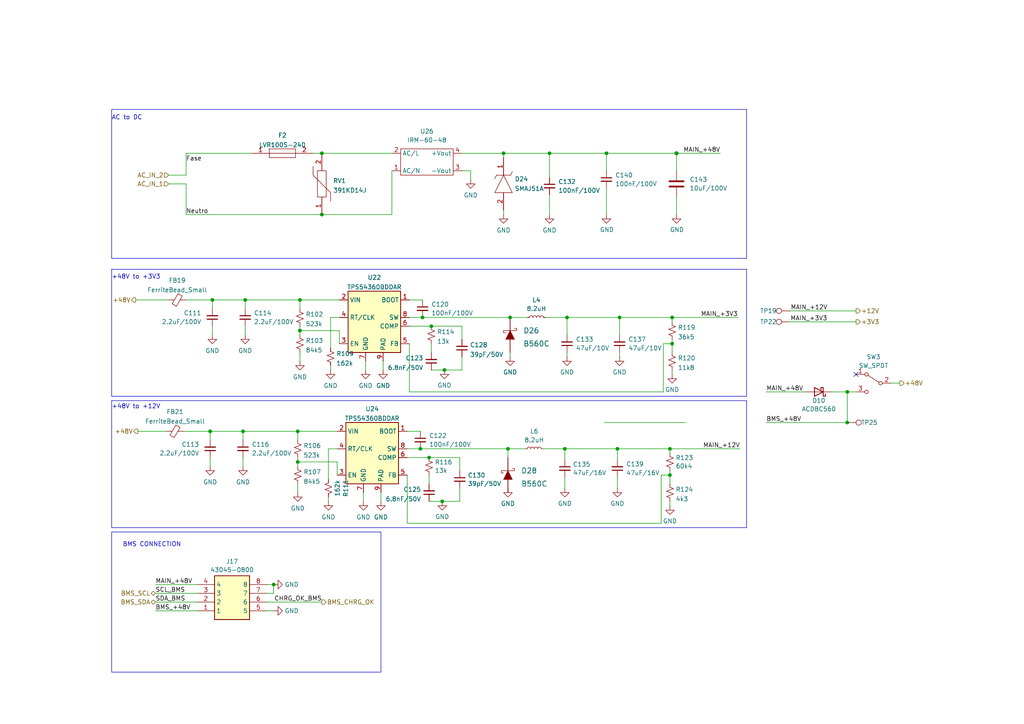
<source format=kicad_sch>
(kicad_sch (version 20230121) (generator eeschema)
  (paper "A4")
  (lib_symbols
    (symbol "B560C-13-F_1" (pin_numbers hide) (pin_names (offset 0) hide)
      (property "Reference" "D11" (at 1.27 -3.81 90))
      (property "Value" "B560C" (at -2.54 -3.81 90))
      (symbol "B560C-13-F_1_0_1"
        (polyline (pts (xy 1.27 1.27) (xy 1.27 -1.27)))
        (polyline (pts (xy -1.27 1.27) (xy -1.27 -1.27) (xy 1.27 0) (xy -1.27 1.27)) (fill (type outline)))
        (polyline (pts (xy 1.27 -1.27) (xy 1.27 -1.905) (xy 1.905 -1.905) (xy 1.905 -1.27)))
        (polyline (pts (xy 1.27 1.27) (xy 1.27 1.905) (xy 0.635 1.905) (xy 0.635 1.27)))
      )
      (symbol "B560C-13-F_1_1_1"
        (pin passive line (at 5.08 0 180) (length 3.81) (name "K") (number "1"))
        (pin passive line (at -5.08 0 0) (length 3.81) (name "A") (number "2"))
      )
    )
    (symbol "Connector:43045-0800"
      (property "Reference" "J" (at 16.51 7.62 0))
      (property "Value" "43045-0800" (at 16.51 5.08 0))
      (symbol "43045-0800_1_1"
        (rectangle (start 5.08 2.54) (end 15.24 -10.16) (stroke (width 0.254)) (fill (type background)))
        (pin passive line (at 0 -7.62 0) (length 5.08) (name "1") (number "1"))
        (pin passive line (at 0 -5.08 0) (length 5.08) (name "2") (number "2"))
        (pin passive line (at 0 -2.54 0) (length 5.08) (name "3") (number "3"))
        (pin passive line (at 0 0 0) (length 5.08) (name "4") (number "4"))
        (pin passive line (at 20.32 -7.62 180) (length 5.08) (name "5") (number "5"))
        (pin passive line (at 20.32 -5.08 180) (length 5.08) (name "6") (number "6"))
        (pin passive line (at 20.32 -2.54 180) (length 5.08) (name "7") (number "7"))
        (pin passive line (at 20.32 0 180) (length 5.08) (name "8") (number "8"))
      )
    )
    (symbol "Connector:TestPoint" (pin_numbers hide) (pin_names (offset 0.762) hide)
      (property "Reference" "TP" (at 0 6.858 0))
      (property "Value" "TestPoint" (at 0 5.08 0))
      (symbol "TestPoint_0_1"
        (circle (center 0 3.302) (radius 0.762))
      )
      (symbol "TestPoint_1_1"
        (pin passive line (at 0 0 90) (length 2.54) (name "1") (number "1"))
      )
    )
    (symbol "Device:C" (pin_numbers hide) (pin_names (offset 0.254))
      (property "Reference" "C" (at 0.635 2.54 0))
      (property "Value" "C" (at 0.635 -2.54 0))
      (symbol "C_0_1"
        (polyline (pts (xy -2.032 -0.762) (xy 2.032 -0.762)) (stroke (width 0.508)))
        (polyline (pts (xy -2.032 0.762) (xy 2.032 0.762)) (stroke (width 0.508)))
      )
      (symbol "C_1_1"
        (pin passive line (at 0 3.81 270) (length 2.794) (name "~") (number "1"))
        (pin passive line (at 0 -3.81 90) (length 2.794) (name "~") (number "2"))
      )
    )
    (symbol "Device:C_Small" (pin_numbers hide) (pin_names (offset 0.254) hide)
      (property "Reference" "C" (at 0.254 1.778 0))
      (property "Value" "C_Small" (at 0.254 -2.032 0))
      (symbol "C_Small_0_1"
        (polyline (pts (xy -1.524 -0.508) (xy 1.524 -0.508)) (stroke (width 0.3302)))
        (polyline (pts (xy -1.524 0.508) (xy 1.524 0.508)) (stroke (width 0.3048)))
      )
      (symbol "C_Small_1_1"
        (pin passive line (at 0 2.54 270) (length 2.032) (name "~") (number "1"))
        (pin passive line (at 0 -2.54 90) (length 2.032) (name "~") (number "2"))
      )
    )
    (symbol "Device:D_Schottky" (pin_numbers hide) (pin_names (offset 1.016) hide)
      (property "Reference" "D" (at 0 2.54 0))
      (property "Value" "D_Schottky" (at 0 -2.54 0))
      (symbol "D_Schottky_0_1"
        (polyline (pts (xy 1.27 0) (xy -1.27 0)))
        (polyline (pts (xy 1.27 1.27) (xy 1.27 -1.27) (xy -1.27 0) (xy 1.27 1.27)) (stroke (width 0.254)))
        (polyline (pts (xy -1.905 0.635) (xy -1.905 1.27) (xy -1.27 1.27) (xy -1.27 -1.27) (xy -0.635 -1.27) (xy -0.635 -0.635)) (stroke (width 0.254)))
      )
      (symbol "D_Schottky_1_1"
        (pin passive line (at -3.81 0 0) (length 2.54) (name "K") (number "1"))
        (pin passive line (at 3.81 0 180) (length 2.54) (name "A") (number "2"))
      )
    )
    (symbol "Device:FerriteBead_Small" (pin_numbers hide) (pin_names (offset 0))
      (property "Reference" "FB" (at 1.905 1.27 0))
      (property "Value" "FerriteBead_Small" (at 1.905 -1.27 0))
      (symbol "FerriteBead_Small_0_1"
        (polyline (pts (xy 0 -1.27) (xy 0 -0.7874)))
        (polyline (pts (xy 0 0.889) (xy 0 1.2954)))
        (polyline (pts (xy -1.8288 0.2794) (xy -1.1176 1.4986) (xy 1.8288 -0.2032) (xy 1.1176 -1.4224) (xy -1.8288 0.2794)))
      )
      (symbol "FerriteBead_Small_1_1"
        (pin passive line (at 0 2.54 270) (length 1.27) (name "~") (number "1"))
        (pin passive line (at 0 -2.54 90) (length 1.27) (name "~") (number "2"))
      )
    )
    (symbol "Device:R_Small_US" (pin_numbers hide) (pin_names (offset 0.254) hide)
      (property "Reference" "R" (at 0.762 0.508 0))
      (property "Value" "R_Small_US" (at 0.762 -1.016 0))
      (symbol "R_Small_US_1_1"
        (polyline (pts (xy 0 0) (xy 1.016 -0.381) (xy 0 -0.762) (xy -1.016 -1.143) (xy 0 -1.524)))
        (polyline (pts (xy 0 1.524) (xy 1.016 1.143) (xy 0 0.762) (xy -1.016 0.381) (xy 0 0)))
        (pin passive line (at 0 2.54 270) (length 1.016) (name "~") (number "1"))
        (pin passive line (at 0 -2.54 90) (length 1.016) (name "~") (number "2"))
      )
    )
    (symbol "Power_Protection:ERZ-E11A391SC" (pin_names (offset 0.762))
      (property "Reference" "RV" (at 13.97 6.35 0))
      (property "Value" "ERZ-E11A391SC" (at 13.97 3.81 0))
      (symbol "ERZ-E11A391SC_0_0"
        (pin passive line (at 0 0 0) (length 5.08) (name "~") (number "1"))
        (pin passive line (at 17.78 0 180) (length 5.08) (name "~") (number "2"))
      )
      (symbol "ERZ-E11A391SC_0_1"
        (polyline (pts (xy 3.81 -2.54) (xy 6.35 -2.54) (xy 11.43 2.54) (xy 13.97 2.54)) (stroke (width 0.1524)))
        (polyline (pts (xy 5.08 1.27) (xy 12.7 1.27) (xy 12.7 -1.27) (xy 5.08 -1.27) (xy 5.08 1.27)) (stroke (width 0.1524)))
      )
    )
    (symbol "Power_Protection:LVR100S-240" (pin_names (offset 0.762))
      (property "Reference" "F" (at 13.97 6.35 0))
      (property "Value" "LVR100S-240" (at 13.97 3.81 0))
      (symbol "LVR100S-240_0_0"
        (pin passive line (at 0 0 0) (length 5.08) (name "~") (number "1"))
        (pin passive line (at 17.78 0 180) (length 5.08) (name "~") (number "2"))
      )
      (symbol "LVR100S-240_0_1"
        (polyline (pts (xy 5.08 0) (xy 12.7 0)) (stroke (width 0.1524)))
        (polyline (pts (xy 5.08 1.27) (xy 12.7 1.27) (xy 12.7 -1.27) (xy 5.08 -1.27) (xy 5.08 1.27)) (stroke (width 0.1524)))
      )
    )
    (symbol "Power_Protection:SMAJ58A" (pin_names (offset 0.762))
      (property "Reference" "D" (at 10.16 8.89 0))
      (property "Value" "SMAJ58A" (at 10.16 6.35 0))
      (symbol "SMAJ58A_0_0"
        (pin passive line (at 0 0 0) (length 5.08) (name "~") (number "1"))
        (pin passive line (at 15.24 0 180) (length 5.08) (name "~") (number "2"))
      )
      (symbol "SMAJ58A_0_1"
        (polyline (pts (xy 4.064 2.54) (xy 5.08 2.032)) (stroke (width 0.1524)))
        (polyline (pts (xy 5.08 -2.032) (xy 5.08 2.032)) (stroke (width 0.1524)))
        (polyline (pts (xy 5.08 -2.032) (xy 6.096 -2.54)) (stroke (width 0.1524)))
        (polyline (pts (xy 5.08 0) (xy 10.16 2.54) (xy 10.16 -2.54) (xy 5.08 0)) (stroke (width 0.1524)))
      )
    )
    (symbol "device:C_Small" (pin_numbers hide) (pin_names (offset 0.254) hide)
      (property "Reference" "C" (at 0.254 1.778 0))
      (property "Value" "C_Small" (at 0.254 -2.032 0))
      (symbol "C_Small_0_1"
        (polyline (pts (xy -1.524 -0.508) (xy 1.524 -0.508)) (stroke (width 0.3302)))
        (polyline (pts (xy -1.524 0.508) (xy 1.524 0.508)) (stroke (width 0.3048)))
      )
      (symbol "C_Small_1_1"
        (pin passive line (at 0 2.54 270) (length 2.032) (name "~") (number "1"))
        (pin passive line (at 0 -2.54 90) (length 2.032) (name "~") (number "2"))
      )
    )
    (symbol "device:L_Small" (pin_numbers hide) (pin_names (offset 0.254) hide)
      (property "Reference" "L" (at 0.762 1.016 0))
      (property "Value" "L_Small" (at 0.762 -1.016 0))
      (symbol "L_Small_0_1"
        (arc (start 0 -2.032) (mid 0.5058 -1.524) (end 0 -1.016))
        (arc (start 0 -1.016) (mid 0.5058 -0.508) (end 0 0))
        (arc (start 0 0) (mid 0.5058 0.508) (end 0 1.016))
        (arc (start 0 1.016) (mid 0.5058 1.524) (end 0 2.032))
      )
      (symbol "L_Small_1_1"
        (pin passive line (at 0 2.54 270) (length 0.508) (name "~") (number "1"))
        (pin passive line (at 0 -2.54 90) (length 0.508) (name "~") (number "2"))
      )
    )
    (symbol "dk_Diodes-Rectifiers-Single:B560C-13-F" (pin_numbers hide) (pin_names (offset 0) hide)
      (property "Reference" "D" (at 0 2.54 0))
      (property "Value" "B560C-13-F" (at 1.27 -3.81 0))
      (symbol "B560C-13-F_0_1"
        (polyline (pts (xy 1.27 1.27) (xy 1.27 -1.27)))
        (polyline (pts (xy -1.27 1.27) (xy -1.27 -1.27) (xy 1.27 0) (xy -1.27 1.27)) (fill (type outline)))
        (polyline (pts (xy 1.27 -1.27) (xy 1.27 -1.905) (xy 1.905 -1.905) (xy 1.905 -1.27)))
        (polyline (pts (xy 1.27 1.27) (xy 1.27 1.905) (xy 0.635 1.905) (xy 0.635 1.27)))
      )
      (symbol "B560C-13-F_1_1"
        (pin passive line (at -5.08 0 0) (length 3.81) (name "~") (number "A"))
        (pin passive line (at 5.08 0 180) (length 3.81) (name "~") (number "K"))
      )
    )
    (symbol "gabriel:IRM-90"
      (property "Reference" "U" (at 0 3.81 0))
      (property "Value" "IRM-90" (at 0 1.27 0))
      (symbol "IRM-90_0_1"
        (rectangle (start -7.62 0) (end 7.62 -7.62) (stroke (width 0.1524)))
      )
      (symbol "IRM-90_1_1"
        (pin input line (at -10.16 -6.35 0) (length 2.54) (name "AC/N") (number "1"))
        (pin input line (at -10.16 -1.27 0) (length 2.54) (name "AC/L") (number "2"))
        (pin input line (at 10.16 -6.35 180) (length 2.54) (name "-Vout") (number "3"))
        (pin input line (at 10.16 -1.27 180) (length 2.54) (name "+Vout") (number "4"))
      )
    )
    (symbol "gabriel:TPS54360BDDAR"
      (property "Reference" "U" (at 0 0 0))
      (property "Value" "TPS54360BDDAR" (at 0 -2.54 0))
      (symbol "TPS54360BDDAR_0_1"
        (rectangle (start -7.62 -5.08) (end 7.62 -22.86) (stroke (width 0.254)) (fill (type background)))
      )
      (symbol "TPS54360BDDAR_1_1"
        (pin input line (at 10.16 -7.62 180) (length 2.54) (name "BOOT") (number "1"))
        (pin input line (at -10.16 -7.62 0) (length 2.54) (name "VIN") (number "2"))
        (pin input line (at -10.16 -20.32 0) (length 2.54) (name "EN") (number "3"))
        (pin input line (at -10.16 -12.7 0) (length 2.54) (name "RT/CLK") (number "4"))
        (pin input line (at 10.16 -20.32 180) (length 2.54) (name "FB") (number "5"))
        (pin passive line (at 10.16 -15.24 180) (length 2.54) (name "COMP") (number "6"))
        (pin power_in line (at -2.54 -25.4 90) (length 2.54) (name "GND") (number "7"))
        (pin output line (at 10.16 -12.7 180) (length 2.54) (name "SW") (number "8"))
        (pin passive line (at 2.54 -25.4 90) (length 2.54) (name "PAD") (number "9"))
      )
    )
    (symbol "power:GND" (power) (pin_names (offset 0))
      (property "Value" "GND" (at 0 -3.81 0))
      (symbol "GND_0_1"
        (polyline (pts (xy 0 0) (xy 0 -1.27) (xy 1.27 -1.27) (xy 0 -2.54) (xy -1.27 -1.27) (xy 0 -1.27)))
      )
      (symbol "GND_1_1"
        (pin power_in line (at 0 0 270) (length 0) hide (name "GND") (number "1"))
      )
    )
    (symbol "switches:SW_SPDT" (pin_names (offset 0) hide)
      (property "Reference" "SW" (at 0 4.318 0))
      (property "Value" "SW_SPDT" (at 0 -5.08 0))
      (symbol "SW_SPDT_0_0"
        (circle (center -2.032 0) (radius 0.508))
        (circle (center 2.032 -2.54) (radius 0.508))
      )
      (symbol "SW_SPDT_0_1"
        (polyline (pts (xy -1.524 0.254) (xy 1.651 2.286)))
        (circle (center 2.032 2.54) (radius 0.508))
      )
      (symbol "SW_SPDT_1_1"
        (pin passive line (at 5.08 2.54 180) (length 2.54) (name "A") (number "1"))
        (pin passive line (at -5.08 0 0) (length 2.54) (name "B") (number "2"))
        (pin passive line (at 5.08 -2.54 180) (length 2.54) (name "C") (number "3"))
      )
    )
  )
  (junction (at 163.83 130.175))
  (junction (at 146.05 44.45))
  (junction (at 164.465 92.075))
  (junction (at 194.31 130.175))
  (junction (at 147.32 130.175))
  (junction (at 128.905 107.315))
  (junction (at 70.485 125.095))
  (junction (at 196.215 44.45) (diameter 1.016))
  (junction (at 86.995 95.885))
  (junction (at 71.12 86.995))
  (junction (at 245.745 113.665))
  (junction (at 124.46 132.715))
  (junction (at 159.385 44.45))
  (junction (at 194.31 137.795))
  (junction (at 128.27 145.415))
  (junction (at 179.705 92.075))
  (junction (at 86.36 133.985))
  (junction (at 93.345 44.45))
  (junction (at 147.955 92.075))
  (junction (at 121.92 130.175))
  (junction (at 79.375 169.545))
  (junction (at 194.945 99.695))
  (junction (at 125.095 94.615))
  (junction (at 86.995 86.995))
  (junction (at 179.07 130.175))
  (junction (at 194.945 92.075))
  (junction (at 86.36 125.095))
  (junction (at 93.345 62.23))
  (junction (at 245.745 122.555))
  (junction (at 122.555 92.075))
  (junction (at 61.595 86.995))
  (junction (at 60.96 125.095))
  (junction (at 175.895 44.45))
  (no_connect (at 248.285 108.585))
  (polyline (pts (xy 32.385 78.105) (xy 32.385 114.935)))
  (wire (pts (xy 106.045 104.775) (xy 106.045 107.315)))
  (wire (pts (xy 136.525 49.53) (xy 133.985 49.53)))
  (wire (pts (xy 179.07 130.175) (xy 163.83 130.175)))
  (wire (pts (xy 118.11 132.715) (xy 124.46 132.715)))
  (wire (pts (xy 175.895 54.61) (xy 175.895 62.23)))
  (wire (pts (xy 147.955 102.235) (xy 147.955 103.505)))
  (wire (pts (xy 70.485 125.095) (xy 70.485 127.635)))
  (wire (pts (xy 95.885 92.075) (xy 95.885 100.965)))
  (wire (pts (xy 86.995 102.235) (xy 86.995 104.775)))
  (wire (pts (xy 118.745 113.665) (xy 118.745 99.695)))
  (polyline (pts (xy 216.535 116.205) (xy 32.385 116.205)))
  (wire (pts (xy 97.79 133.985) (xy 97.79 137.795)))
  (polyline (pts (xy 32.385 116.205) (xy 32.385 153.035)))
  (wire (pts (xy 191.77 137.795) (xy 191.77 151.765)))
  (wire (pts (xy 86.36 125.095) (xy 86.36 127.635)))
  (wire (pts (xy 45.085 174.625) (xy 57.15 174.625)))
  (polyline (pts (xy 216.535 74.93) (xy 216.535 31.75)))
  (wire (pts (xy 95.885 106.045) (xy 95.885 107.315)))
  (wire (pts (xy 124.46 132.715) (xy 133.35 132.715)))
  (wire (pts (xy 125.095 99.695) (xy 125.095 102.235)))
  (wire (pts (xy 164.465 92.075) (xy 158.115 92.075)))
  (wire (pts (xy 245.745 113.665) (xy 248.285 113.665)))
  (wire (pts (xy 133.985 107.315) (xy 133.985 103.505)))
  (wire (pts (xy 86.995 86.995) (xy 86.995 89.535)))
  (wire (pts (xy 111.125 104.775) (xy 111.125 107.315)))
  (wire (pts (xy 60.96 125.095) (xy 60.96 127.635)))
  (wire (pts (xy 86.995 95.885) (xy 98.425 95.885)))
  (polyline (pts (xy 216.535 114.935) (xy 216.535 78.105)))
  (wire (pts (xy 146.05 45.72) (xy 146.05 44.45)))
  (wire (pts (xy 93.345 44.45) (xy 113.665 44.45)))
  (wire (pts (xy 163.83 130.175) (xy 157.48 130.175)))
  (wire (pts (xy 70.485 132.715) (xy 70.485 135.255)))
  (wire (pts (xy 95.25 144.145) (xy 95.25 145.415)))
  (wire (pts (xy 194.945 99.695) (xy 192.405 99.695)))
  (wire (pts (xy 179.705 92.075) (xy 164.465 92.075)))
  (wire (pts (xy 124.46 145.415) (xy 128.27 145.415)))
  (wire (pts (xy 194.945 99.695) (xy 194.945 102.235)))
  (wire (pts (xy 86.36 140.335) (xy 86.36 142.875)))
  (wire (pts (xy 86.995 94.615) (xy 86.995 95.885)))
  (polyline (pts (xy 32.385 31.75) (xy 32.385 74.93)))
  (wire (pts (xy 39.37 86.995) (xy 48.895 86.995)))
  (wire (pts (xy 133.35 132.715) (xy 133.35 136.525)))
  (wire (pts (xy 229.235 90.17) (xy 248.285 90.17)))
  (wire (pts (xy 61.595 94.615) (xy 61.595 97.155)))
  (wire (pts (xy 113.665 49.53) (xy 113.665 62.23)))
  (wire (pts (xy 53.975 86.995) (xy 61.595 86.995)))
  (wire (pts (xy 179.07 138.43) (xy 179.07 141.605)))
  (wire (pts (xy 258.445 111.125) (xy 260.985 111.125)))
  (wire (pts (xy 45.085 169.545) (xy 57.15 169.545)))
  (wire (pts (xy 77.47 172.085) (xy 79.375 172.085)))
  (wire (pts (xy 71.12 94.615) (xy 71.12 97.155)))
  (polyline (pts (xy 32.385 78.105) (xy 32.385 78.105)))
  (wire (pts (xy 194.31 130.175) (xy 179.07 130.175)))
  (polyline (pts (xy 32.385 74.93) (xy 216.535 74.93)))
  (wire (pts (xy 122.555 92.075) (xy 147.955 92.075)))
  (wire (pts (xy 128.905 107.315) (xy 133.985 107.315)))
  (wire (pts (xy 77.47 174.625) (xy 93.345 174.625)))
  (wire (pts (xy 48.895 53.34) (xy 53.975 53.34)))
  (wire (pts (xy 194.945 107.315) (xy 194.945 108.585)))
  (wire (pts (xy 48.895 50.8) (xy 53.975 50.8)))
  (wire (pts (xy 175.895 44.45) (xy 196.215 44.45)))
  (wire (pts (xy 179.705 102.235) (xy 179.705 103.505)))
  (wire (pts (xy 105.41 142.875) (xy 105.41 145.415)))
  (wire (pts (xy 133.35 145.415) (xy 133.35 141.605)))
  (wire (pts (xy 118.11 151.765) (xy 118.11 137.795)))
  (polyline (pts (xy 216.535 153.035) (xy 216.535 116.205)))
  (wire (pts (xy 118.745 86.995) (xy 122.555 86.995)))
  (wire (pts (xy 245.745 113.665) (xy 245.745 122.555)))
  (wire (pts (xy 194.31 145.415) (xy 194.31 146.685)))
  (wire (pts (xy 124.46 137.795) (xy 124.46 140.335)))
  (wire (pts (xy 71.12 86.995) (xy 71.12 89.535)))
  (wire (pts (xy 133.985 94.615) (xy 133.985 98.425)))
  (wire (pts (xy 53.975 53.34) (xy 53.975 62.23)))
  (wire (pts (xy 159.385 44.45) (xy 159.385 51.435)))
  (wire (pts (xy 98.425 95.885) (xy 98.425 99.695)))
  (wire (pts (xy 70.485 125.095) (xy 86.36 125.095)))
  (wire (pts (xy 196.215 49.53) (xy 196.215 44.45)))
  (wire (pts (xy 90.805 44.45) (xy 93.345 44.45)))
  (wire (pts (xy 110.49 142.875) (xy 110.49 145.415)))
  (wire (pts (xy 191.77 151.765) (xy 118.11 151.765)))
  (wire (pts (xy 194.31 137.795) (xy 191.77 137.795)))
  (wire (pts (xy 60.96 132.715) (xy 60.96 135.255)))
  (wire (pts (xy 163.83 138.43) (xy 163.83 141.605)))
  (wire (pts (xy 192.405 99.695) (xy 192.405 113.665)))
  (wire (pts (xy 86.995 86.995) (xy 98.425 86.995)))
  (wire (pts (xy 45.085 172.085) (xy 57.15 172.085)))
  (wire (pts (xy 229.235 93.345) (xy 248.285 93.345)))
  (polyline (pts (xy 32.385 153.035) (xy 216.535 153.035)))
  (polyline (pts (xy 32.385 114.935) (xy 216.535 114.935)))
  (wire (pts (xy 194.945 93.345) (xy 194.945 92.075)))
  (wire (pts (xy 222.25 122.555) (xy 245.745 122.555)))
  (wire (pts (xy 118.11 130.175) (xy 121.92 130.175)))
  (wire (pts (xy 118.11 125.095) (xy 121.92 125.095)))
  (polyline (pts (xy 32.385 31.75) (xy 216.535 31.75)))
  (wire (pts (xy 133.985 44.45) (xy 146.05 44.45)))
  (polyline (pts (xy 216.535 78.105) (xy 32.385 78.105)))
  (wire (pts (xy 147.32 132.715) (xy 147.32 130.175)))
  (wire (pts (xy 159.385 44.45) (xy 175.895 44.45)))
  (wire (pts (xy 146.05 44.45) (xy 159.385 44.45)))
  (wire (pts (xy 77.47 177.165) (xy 79.375 177.165)))
  (wire (pts (xy 194.31 130.175) (xy 214.63 130.175)))
  (wire (pts (xy 125.095 94.615) (xy 133.985 94.615)))
  (wire (pts (xy 60.96 125.095) (xy 70.485 125.095)))
  (wire (pts (xy 121.92 130.175) (xy 147.32 130.175)))
  (wire (pts (xy 86.995 95.885) (xy 86.995 97.155)))
  (wire (pts (xy 222.25 113.665) (xy 233.68 113.665)))
  (wire (pts (xy 194.945 92.075) (xy 213.995 92.075)))
  (wire (pts (xy 194.31 137.795) (xy 194.31 140.335)))
  (wire (pts (xy 86.36 132.715) (xy 86.36 133.985)))
  (wire (pts (xy 73.025 44.45) (xy 53.975 44.45)))
  (wire (pts (xy 61.595 86.995) (xy 71.12 86.995)))
  (wire (pts (xy 159.385 56.515) (xy 159.385 62.23)))
  (wire (pts (xy 179.07 130.175) (xy 179.07 133.35)))
  (wire (pts (xy 194.31 136.525) (xy 194.31 137.795)))
  (wire (pts (xy 164.465 97.155) (xy 164.465 92.075)))
  (wire (pts (xy 95.25 130.175) (xy 95.25 139.065)))
  (wire (pts (xy 98.425 92.075) (xy 95.885 92.075)))
  (wire (pts (xy 118.745 92.075) (xy 122.555 92.075)))
  (wire (pts (xy 192.405 113.665) (xy 118.745 113.665)))
  (wire (pts (xy 79.375 172.085) (xy 79.375 169.545)))
  (wire (pts (xy 53.975 62.23) (xy 93.345 62.23)))
  (wire (pts (xy 113.665 62.23) (xy 93.345 62.23)))
  (wire (pts (xy 136.525 49.53) (xy 136.525 52.07)))
  (wire (pts (xy 86.36 125.095) (xy 97.79 125.095)))
  (wire (pts (xy 86.36 133.985) (xy 86.36 135.255)))
  (wire (pts (xy 53.975 44.45) (xy 53.975 50.8)))
  (wire (pts (xy 128.27 145.415) (xy 133.35 145.415)))
  (wire (pts (xy 175.895 44.45) (xy 175.895 49.53)))
  (wire (pts (xy 241.3 113.665) (xy 245.745 113.665)))
  (wire (pts (xy 53.34 125.095) (xy 60.96 125.095)))
  (wire (pts (xy 175.26 122.555) (xy 198.755 122.555)))
  (wire (pts (xy 164.465 102.235) (xy 164.465 103.505)))
  (wire (pts (xy 196.215 44.45) (xy 208.915 44.45)))
  (wire (pts (xy 45.085 177.165) (xy 57.15 177.165)))
  (wire (pts (xy 40.005 125.095) (xy 48.26 125.095)))
  (wire (pts (xy 194.945 98.425) (xy 194.945 99.695)))
  (wire (pts (xy 86.36 133.985) (xy 97.79 133.985)))
  (wire (pts (xy 147.955 92.075) (xy 153.035 92.075)))
  (wire (pts (xy 147.32 130.175) (xy 152.4 130.175)))
  (wire (pts (xy 118.745 94.615) (xy 125.095 94.615)))
  (wire (pts (xy 194.31 131.445) (xy 194.31 130.175)))
  (wire (pts (xy 163.83 133.35) (xy 163.83 130.175)))
  (wire (pts (xy 179.705 92.075) (xy 179.705 97.155)))
  (wire (pts (xy 147.32 142.875) (xy 147.32 141.605)))
  (wire (pts (xy 77.47 169.545) (xy 79.375 169.545)))
  (wire (pts (xy 194.945 92.075) (xy 179.705 92.075)))
  (wire (pts (xy 196.215 62.23) (xy 196.215 57.15)))
  (wire (pts (xy 146.05 62.23) (xy 146.05 60.96)))
  (wire (pts (xy 125.095 107.315) (xy 128.905 107.315)))
  (wire (pts (xy 71.12 86.995) (xy 86.995 86.995)))
  (wire (pts (xy 97.79 130.175) (xy 95.25 130.175)))
  (wire (pts (xy 61.595 86.995) (xy 61.595 89.535)))
  (rectangle (start 32.385 154.305) (end 110.49 194.945))
  (text "BMS CONNECTION\n" (at 35.56 158.75 0) (effects (font (size 1.27 1.27)) (justify left bottom)))
  (text "AC to DC" (at 32.385 34.925 0) (effects (font (size 1.27 1.27)) (justify left bottom)))
  (text "+48V to +12V\n" (at 32.385 118.745 0) (effects (font (size 1.27 1.27)) (justify left bottom)))
  (text "+48V to +3V3\n\n" (at 32.385 83.185 0) (effects (font (size 1.27 1.27)) (justify left bottom)))
  (label "Fase" (at 53.975 46.99 0))
  (label "MAIN_+48V" (at 208.915 44.45 180))
  (label "SDA_BMS" (at 45.085 174.625 0))
  (label "MAIN_+3V3" (at 229.235 93.345 0))
  (label "BMS_+48V" (at 45.085 177.165 0))
  (label "MAIN_+12V" (at 214.63 130.175 180))
  (label "MAIN_+3V3" (at 213.995 92.075 180))
  (label "MAIN_+12V" (at 240.03 90.17 180))
  (label "SCL_BMS" (at 45.085 172.085 0))
  (label "MAIN_+48V" (at 45.085 169.545 0))
  (label "Neutro" (at 53.975 62.23 0))
  (label "MAIN_+48V" (at 222.25 113.665 0))
  (label "BMS_+48V" (at 222.25 122.555 0))
  (label "CHRG_OK_BMS" (at 93.345 174.625 180))
  (hierarchical_label "BMS_SDA" (shape bidirectional) (at 45.085 174.625 180))
  (hierarchical_label "BMS_SCL" (shape bidirectional) (at 45.085 172.085 180))
  (hierarchical_label "+12V" (shape output) (at 248.285 90.17 0))
  (hierarchical_label "AC_IN_1" (shape input) (at 48.895 53.34 180))
  (hierarchical_label "AC_IN_2" (shape input) (at 48.895 50.8 180))
  (hierarchical_label "+48V" (shape output) (at 39.37 86.995 180))
  (hierarchical_label "BMS_CHRG_OK" (shape output) (at 93.345 174.625 0))
  (hierarchical_label "+48V" (shape output) (at 40.005 125.095 180))
  (hierarchical_label "+3V3" (shape output) (at 248.285 93.345 0))
  (hierarchical_label "+48V" (shape output) (at 260.985 111.125 0))
  (symbol (lib_id "power:GND") (at 71.12 97.155 0) (unit 1)
    (property "Reference" "#PWR092" (effects hide))
    (property "Value" "GND" (at 71.12 101.7175 0))
  )
  (symbol (lib_id "Device:C") (at 196.215 53.34 0) (unit 1)
    (property "Reference" "C143" (at 200.025 52.0699 0) (effects (justify left)))
    (property "Value" "10uF/100V" (at 200.025 54.6099 0) (effects (justify left)))
    (property "Footprint" "Capacitor_SMD:C_2220_5650Metric" (effects hide))
    (property "LCSC Part" "C2843466" (effects hide))
  )
  (symbol (lib_id "power:GND") (at 128.27 145.415 0) (unit 1)
    (property "Reference" "#PWR0116" (effects hide))
    (property "Value" "GND" (at 128.27 149.86 0))
  )
  (symbol (lib_id "power:GND") (at 79.375 169.545 90) (unit 1)
    (property "Reference" "#PWR077" (effects hide))
    (property "Value" "GND" (at 82.55 169.545 90) (effects (justify right)))
  )
  (symbol (lib_id "power:GND") (at 95.885 107.315 0) (unit 1)
    (property "Reference" "#PWR0102" (effects hide))
    (property "Value" "GND" (at 95.885 111.8775 0))
  )
  (symbol (lib_id "Device:R_Small_US") (at 194.31 142.875 0) (unit 1)
    (property "Reference" "R124" (at 195.961 141.9665 0) (effects (justify left)))
    (property "Value" "4k3" (at 195.961 144.7416 0) (effects (justify left)))
    (property "Footprint" "Resistor_SMD:R_0402_1005Metric" (effects hide))
    (property "LCSC Part" "C23159" (effects hide))
  )
  (symbol (lib_id "power:GND") (at 79.375 177.165 90) (unit 1)
    (property "Reference" "#PWR078" (effects hide))
    (property "Value" "GND" (at 82.55 177.165 90) (effects (justify right)))
  )
  (symbol (lib_id "Device:R_Small_US") (at 86.36 137.795 0) (unit 1)
    (property "Reference" "R107" (at 88.011 136.8865 0) (effects (justify left)))
    (property "Value" "84k5" (at 88.011 139.6616 0) (effects (justify left)))
    (property "Footprint" "Resistor_SMD:R_0402_1005Metric" (effects hide))
    (property "LCSC Part" "C403376" (effects hide))
  )
  (symbol (lib_id "power:GND") (at 179.705 103.505 0) (unit 1)
    (property "Reference" "#PWR0130" (effects hide))
    (property "Value" "GND" (at 179.705 107.95 0))
  )
  (symbol (lib_id "device:C_Small") (at 125.095 104.775 0) (mirror x) (unit 1)
    (property "Reference" "C123" (at 122.7709 103.8601 0) (effects (justify right)))
    (property "Value" "6.8nF/50V" (at 122.7709 106.6352 0) (effects (justify right)))
    (property "Footprint" "Capacitor_SMD:C_0402_1005Metric" (effects hide))
    (property "LCSC Part" "C123518" (effects hide))
  )
  (symbol (lib_id "Device:C_Small") (at 61.595 92.075 0) (mirror x) (unit 1)
    (property "Reference" "C111" (at 58.42 90.7985 0) (effects (justify right)))
    (property "Value" "2.2uF/100V" (at 58.42 93.3385 0) (effects (justify right)))
    (property "Footprint" "Capacitor_SMD:C_1206_3216Metric" (effects hide))
    (property "Datasheet" "https://datasheet.lcsc.com/lcsc/2007130933_Samsung-Electro-Mechanics-CL31B225KCHSNNE_C170101.pdf" (effects hide))
    (property "LCSC Part" "C170101" (effects hide))
  )
  (symbol (lib_id "device:L_Small") (at 154.94 130.175 90) (unit 1)
    (property "Reference" "L6" (at 154.94 125.095 90))
    (property "Value" "8.2uH" (at 154.94 127.635 90))
    (property "Footprint" "Inductor_SMD:MHCC10040-8R2M-R7" (effects hide))
    (property "Datasheet" "https://datasheet.lcsc.com/lcsc/1912111437_Chilisin-Elec-MHCC10040-8R2M-R7_C285788.pdf" (effects hide))
    (property "LCSC Part" "C285788" (effects hide))
  )
  (symbol (lib_id "Device:R_Small_US") (at 86.36 130.175 0) (unit 1)
    (property "Reference" "R106" (at 88.011 129.2665 0) (effects (justify left)))
    (property "Value" "523k" (at 88.011 132.0416 0) (effects (justify left)))
    (property "Footprint" "Resistor_SMD:R_0402_1005Metric" (effects hide))
    (property "LCSC Part" "C23076" (effects hide))
  )
  (symbol (lib_id "Device:R_Small_US") (at 86.995 99.695 0) (unit 1)
    (property "Reference" "R103" (at 88.646 98.7865 0) (effects (justify left)))
    (property "Value" "84k5" (at 88.646 101.5616 0) (effects (justify left)))
    (property "Footprint" "Resistor_SMD:R_0402_1005Metric" (effects hide))
    (property "LCSC Part" "C403376" (effects hide))
  )
  (symbol (lib_id "power:GND") (at 159.385 62.23 0) (unit 1)
    (property "Reference" "#PWR0124" (effects hide))
    (property "Value" "GND" (at 159.385 66.7925 0))
  )
  (symbol (lib_id "device:C_Small") (at 133.35 139.065 0) (unit 1)
    (property "Reference" "C130" (at 135.6741 137.8592 0) (effects (justify left)))
    (property "Value" "39pF/50V" (at 135.6741 140.2834 0) (effects (justify left)))
    (property "Footprint" "Capacitor_SMD:C_0402_1005Metric" (effects hide))
    (property "LCSC Part" "C376784" (effects hide))
  )
  (symbol (lib_id "device:C_Small") (at 164.465 99.695 180) (unit 1)
    (property "Reference" "C133" (at 167.005 98.4249 0) (effects (justify right)))
    (property "Value" "47uF/10V" (at 167.005 100.9649 0) (effects (justify right)))
    (property "Footprint" "Capacitor_SMD:C_0805_2012Metric" (effects hide))
    (property "LCSC Part" "C94034" (effects hide))
  )
  (symbol (lib_id "power:GND") (at 163.83 141.605 0) (unit 1)
    (property "Reference" "#PWR0127" (effects hide))
    (property "Value" "GND" (at 163.83 146.05 0))
  )
  (symbol (lib_id "Device:C_Small") (at 159.385 53.975 0) (unit 1)
    (property "Reference" "C132" (at 161.925 52.7112 0) (effects (justify left)))
    (property "Value" "100nF/100V" (at 161.925 55.2512 0) (effects (justify left)))
    (property "Footprint" "Capacitor_SMD:C_0402_1005Metric" (effects hide))
    (property "LCSC Part" "C113803" (effects hide))
  )
  (symbol (lib_id "power:GND") (at 70.485 135.255 0) (unit 1)
    (property "Reference" "#PWR094" (effects hide))
    (property "Value" "GND" (at 70.485 139.8175 0))
  )
  (symbol (lib_id "power:GND") (at 105.41 145.415 0) (unit 1)
    (property "Reference" "#PWR0107" (effects hide))
    (property "Value" "GND" (at 105.41 149.9775 0))
  )
  (symbol (lib_id "power:GND") (at 86.36 142.875 0) (unit 1)
    (property "Reference" "#PWR0100" (effects hide))
    (property "Value" "GND" (at 86.36 147.4375 0))
  )
  (symbol (lib_id "power:GND") (at 175.895 62.23 0) (unit 1)
    (property "Reference" "#PWR0136" (effects hide))
    (property "Value" "GND" (at 176.022 66.6242 0))
  )
  (symbol (lib_id "Device:R_Small_US") (at 124.46 135.255 0) (unit 1)
    (property "Reference" "R116" (at 126.111 134.0429 0) (effects (justify left)))
    (property "Value" "13k" (at 126.111 136.4671 0) (effects (justify left)))
    (property "Footprint" "Resistor_SMD:R_0402_1005Metric" (effects hide))
    (property "LCSC Part" "C170711" (effects hide))
  )
  (symbol (lib_id "Device:C_Small") (at 122.555 89.535 0) (unit 1)
    (property "Reference" "C120" (at 125.095 88.2712 0) (effects (justify left)))
    (property "Value" "100nF/100V" (at 125.095 90.8112 0) (effects (justify left)))
    (property "Footprint" "Capacitor_SMD:C_0402_1005Metric" (effects hide))
    (property "LCSC Part" "C113803" (effects hide))
  )
  (symbol (lib_id "power:GND") (at 110.49 145.415 0) (unit 1)
    (property "Reference" "#PWR0111" (effects hide))
    (property "Value" "GND" (at 110.49 149.9775 0))
  )
  (symbol (lib_id "power:GND") (at 147.955 103.505 0) (unit 1)
    (property "Reference" "#PWR0121" (effects hide))
    (property "Value" "GND" (at 147.955 107.95 0))
  )
  (symbol (lib_id "power:GND") (at 106.045 107.315 0) (unit 1)
    (property "Reference" "#PWR0105" (effects hide))
    (property "Value" "GND" (at 106.045 111.8775 0))
  )
  (symbol (lib_id "dk_Diodes-Rectifiers-Single:B560C-13-F") (at 147.955 97.155 90) (unit 1)
    (property "Reference" "D26" (at 151.765 95.885 90) (effects (font (size 1.524 1.524)) (justify right)))
    (property "Value" "B560C" (at 151.765 99.695 90) (effects (font (size 1.524 1.524)) (justify right)))
    (property "Footprint" "digikey-footprints:DO-214AB" (effects hide))
    (property "Datasheet" "https://www.diodes.com/assets/Datasheets/ds13012.pdf" (effects hide))
    (property "Digi-Key_PN" "B560C-FDICT-ND" (effects hide))
    (property "MPN" "B560C-13-F" (effects hide))
    (property "Category" "Discrete Semiconductor Products" (effects hide))
    (property "Family" "Diodes - Rectifiers - Single" (effects hide))
    (property "DK_Datasheet_Link" "https://www.diodes.com/assets/Datasheets/ds13012.pdf" (effects hide))
    (property "DK_Detail_Page" "/product-detail/en/diodes-incorporated/B560C-13-F/B560C-FDICT-ND/768816" (effects hide))
    (property "Description" "DIODE SCHOTTKY 60V 5A SMC" (effects hide))
    (property "Manufacturer" "Diodes Incorporated" (effects hide))
    (property "Status" "Active" (effects hide))
    (property "LCSC Part" "C85100" (effects hide))
  )
  (symbol (lib_id "power:GND") (at 128.905 107.315 0) (unit 1)
    (property "Reference" "#PWR0114" (effects hide))
    (property "Value" "GND" (at 128.905 111.76 0))
  )
  (symbol (lib_id "power:GND") (at 61.595 97.155 0) (unit 1)
    (property "Reference" "#PWR089" (effects hide))
    (property "Value" "GND" (at 61.595 101.7175 0))
  )
  (symbol (lib_id "device:C_Small") (at 163.83 135.89 0) (unit 1)
    (property "Reference" "C135" (at 166.1541 134.6842 0) (effects (justify left)))
    (property "Value" "47uF/16V" (at 166.1541 137.1084 0) (effects (justify left)))
    (property "Footprint" "Capacitor_SMD:C_1206_3216Metric" (effects hide))
    (property "LCSC Part" "C172351" (effects hide))
  )
  (symbol (lib_id "Device:R_Small_US") (at 86.995 92.075 0) (unit 1)
    (property "Reference" "R102" (at 88.646 91.1665 0) (effects (justify left)))
    (property "Value" "523k" (at 88.646 93.9416 0) (effects (justify left)))
    (property "Footprint" "Resistor_SMD:R_0402_1005Metric" (effects hide))
    (property "LCSC Part" "C23076" (effects hide))
  )
  (symbol (lib_id "Device:R_Small_US") (at 125.095 97.155 0) (unit 1)
    (property "Reference" "R114" (at 126.746 96.2465 0) (effects (justify left)))
    (property "Value" "13k" (at 126.746 99.0216 0) (effects (justify left)))
    (property "Footprint" "Resistor_SMD:R_0402_1005Metric" (effects hide))
    (property "Field4" "C170711" (effects hide))
  )
  (symbol (lib_id "Power_Protection:SMAJ58A") (at 146.05 45.72 270) (unit 1)
    (property "Reference" "D24" (at 149.3012 51.9235 90) (effects (justify left)))
    (property "Value" "SMAJ51A" (at 149.3012 54.6986 90) (effects (justify left)))
    (property "Footprint" "Diode_SMD:D_SMA" (effects hide))
    (property "Datasheet" "https://componentsearchengine.com/Datasheets/2/SMAJ51A.pdf" (effects hide))
    (property "Description" "Littelfuse SMAJ51A Uni-Directional TVS Diode, 400W peak, 2-Pin DO-214AC" (effects hide))
    (property "Height" "2.29" (effects hide))
    (property "Manufacturer_Name" "LITTELFUSE" (effects hide))
    (property "Manufacturer_Part_Number" "SMAJ51A" (effects hide))
    (property "Mouser Part Number" "576-SMAJ51A" (effects hide))
    (property "Mouser Price/Stock" "https://www.mouser.co.uk/ProductDetail/Littelfuse/SMAJ51A?qs=2VFNtWizgiepPOMiS0Encw%3D%3D" (effects hide))
    (property "Arrow Part Number" "SMAJ51A" (effects hide))
    (property "Arrow Price/Stock" "https://www.arrow.com/en/products/smaj51a/littelfuse?region=nac" (effects hide))
    (property "LCSC Part" "C309894" (effects hide))
  )
  (symbol (lib_id "Device:FerriteBead_Small") (at 51.435 86.995 90) (unit 1)
    (property "Reference" "FB19" (at 51.3969 81.3267 90))
    (property "Value" "FerriteBead_Small" (at 51.3969 84.1018 90))
    (property "Footprint" "Inductor_SMD:L_0603_1608Metric" (effects hide))
    (property "Datasheet" "https://datasheet.lcsc.com/lcsc/1912111437_FH-Guangdong-Fenghua-Advanced-Tech-CBM160808U000T_C394410.pdf" (effects hide))
    (property "Field4" "C394410" (effects hide))
  )
  (symbol (lib_id "power:GND") (at 196.215 62.23 0) (unit 1)
    (property "Reference" "#PWR0139" (effects hide))
    (property "Value" "GND" (at 196.342 66.6242 0))
  )
  (symbol (lib_id "device:L_Small") (at 155.575 92.075 90) (unit 1)
    (property "Reference" "L4" (at 155.575 86.995 90))
    (property "Value" "8.2uH" (at 155.575 89.535 90))
    (property "Footprint" "Gabriel:MHCC10040-8R2M-R7" (effects hide))
    (property "Datasheet" "https://datasheet.lcsc.com/lcsc/1912111437_Chilisin-Elec-MHCC10040-8R2M-R7_C285788.pdf" (effects hide))
  )
  (symbol (lib_id "Device:C_Small") (at 60.96 130.175 0) (mirror x) (unit 1)
    (property "Reference" "C113" (at 57.785 128.8985 0) (effects (justify right)))
    (property "Value" "2.2uF/100V" (at 57.785 131.4385 0) (effects (justify right)))
    (property "Footprint" "Capacitor_SMD:C_1206_3216Metric" (effects hide))
    (property "Datasheet" "https://datasheet.lcsc.com/lcsc/2007130933_Samsung-Electro-Mechanics-CL31B225KCHSNNE_C170101.pdf" (effects hide))
    (property "LCSC Part" "C170101" (effects hide))
  )
  (symbol (lib_id "Device:R_Small_US") (at 194.31 133.985 180) (unit 1)
    (property "Reference" "R123" (at 195.961 132.7729 0) (effects (justify right)))
    (property "Value" "60k4" (at 195.961 135.1971 0) (effects (justify right)))
    (property "Footprint" "Resistor_SMD:R_0402_1005Metric" (effects hide))
    (property "LCSC Part" "C403296" (effects hide))
  )
  (symbol (lib_id "Device:R_Small_US") (at 95.25 141.605 0) (mirror y) (unit 1)
    (property "Reference" "R111" (at 100.2833 141.605 90))
    (property "Value" "162k" (at 97.8591 141.605 90))
    (property "Footprint" "Resistor_SMD:R_0402_1005Metric" (effects hide))
    (property "LCSC Part" "C403015" (effects hide))
  )
  (symbol (lib_id "power:GND") (at 95.25 145.415 0) (unit 1)
    (property "Reference" "#PWR0104" (effects hide))
    (property "Value" "GND" (at 95.25 149.9775 0))
  )
  (symbol (lib_id "power:GND") (at 111.125 107.315 0) (unit 1)
    (property "Reference" "#PWR0109" (effects hide))
    (property "Value" "GND" (at 111.125 111.8775 0))
  )
  (symbol (lib_id "Device:R_Small_US") (at 194.945 104.775 0) (unit 1)
    (property "Reference" "R120" (at 196.596 103.8665 0) (effects (justify left)))
    (property "Value" "11k8" (at 196.596 106.6416 0) (effects (justify left)))
    (property "Footprint" "Resistor_SMD:R_0402_1005Metric" (effects hide))
    (property "LCSC Part" "C22861" (effects hide))
  )
  (symbol (lib_id "Device:C_Small") (at 70.485 130.175 0) (unit 1)
    (property "Reference" "C116" (at 73.025 128.9112 0) (effects (justify left)))
    (property "Value" "2.2uF/100V" (at 73.025 131.4512 0) (effects (justify left)))
    (property "Footprint" "Capacitor_SMD:C_1206_3216Metric" (effects hide))
    (property "Datasheet" "https://datasheet.lcsc.com/lcsc/2007130933_Samsung-Electro-Mechanics-CL31B225KCHSNNE_C170101.pdf" (effects hide))
    (property "LCSC Part" "C170101" (effects hide))
  )
  (symbol (lib_id "device:C_Small") (at 133.985 100.965 180) (unit 1)
    (property "Reference" "C128" (at 136.3091 100.0501 0) (effects (justify right)))
    (property "Value" "39pF/50V" (at 136.3091 102.8252 0) (effects (justify right)))
    (property "Footprint" "Capacitor_SMD:C_0402_1005Metric" (effects hide))
    (property "LCSC Part" "C376784" (effects hide))
  )
  (symbol (lib_id "device:C_Small") (at 179.07 135.89 180) (unit 1)
    (property "Reference" "C139" (at 181.61 134.6135 0) (effects (justify right)))
    (property "Value" "47uF/16V" (at 181.61 137.1535 0) (effects (justify right)))
    (property "Footprint" "Capacitor_SMD:C_1206_3216Metric" (effects hide))
    (property "LCSC Part" "C172351" (effects hide))
  )
  (symbol (lib_id "gabriel:TPS54360BDDAR") (at 108.585 79.375 0) (unit 1)
    (property "Reference" "U22" (at 108.585 80.4885 0))
    (property "Value" "TPS54360BDDAR" (at 108.585 83.2636 0))
    (property "Footprint" "SamacSys_Parts:SOIC127P600X170-9N" (effects hide))
    (property "LCSC Part" "C524806" (effects hide))
  )
  (symbol (lib_id "device:C_Small") (at 124.46 142.875 0) (mirror x) (unit 1)
    (property "Reference" "C125" (at 122.1359 141.9601 0) (effects (justify right)))
    (property "Value" "6.8nF/50V" (at 122.1359 144.7352 0) (effects (justify right)))
    (property "Footprint" "Capacitor_SMD:C_0402_1005Metric" (effects hide))
    (property "LCSC Part" "C123518" (effects hide))
  )
  (symbol (lib_id "power:GND") (at 194.31 146.685 0) (unit 1)
    (property "Reference" "#PWR0135" (effects hide))
    (property "Value" "GND" (at 194.31 151.13 0))
  )
  (symbol (lib_id "switches:SW_SPDT") (at 253.365 111.125 0) (mirror y) (unit 1)
    (property "Reference" "SW3" (at 253.365 103.505 0))
    (property "Value" "SW_SPDT" (at 253.365 106.045 0))
    (property "Footprint" "Connector:SS-12D06L5" (effects hide))
    (property "Datasheet" "https://www.ckswitches.com/media/1423/l.pdf" (effects hide))
    (property "Digi-key Part" "CKC5107-ND" (effects hide))
    (property "Manufacturer Product Number" "L102011MS02Q" (effects hide))
    (property "Mouser Part Number" "611-L102-011" (effects hide))
  )
  (symbol (lib_id "Device:D_Schottky") (at 237.49 113.665 180) (unit 1)
    (property "Reference" "D10" (at 237.49 116.205 0))
    (property "Value" "ACDBC560" (at 237.49 118.6292 0))
    (property "Footprint" "Diode_SMD:D_SMC" (effects hide))
    (instances (project "nervosinho_rev2.4" (path "" (reference "D10") (unit 1))) (project "expansao_bateria_rev1.0.0" (path "" (reference "D1") (unit 1))))
  )
  (symbol (lib_id "Device:C_Small") (at 71.12 92.075 0) (unit 1)
    (property "Reference" "C114" (at 73.66 90.8112 0) (effects (justify left)))
    (property "Value" "2.2uF/100V" (at 73.66 93.3512 0) (effects (justify left)))
    (property "Footprint" "Capacitor_SMD:C_1206_3216Metric" (effects hide))
    (property "Datasheet" "https://datasheet.lcsc.com/lcsc/2007130933_Samsung-Electro-Mechanics-CL31B225KCHSNNE_C170101.pdf" (effects hide))
    (property "LCSC Part" "C170101" (effects hide))
  )
  (symbol (lib_id "Connector:43045-0800") (at 57.15 169.545 0) (unit 1)
    (property "Reference" "J17" (at 67.31 162.8607 0))
    (property "Value" "43045-0800" (at 67.31 165.2849 0))
    (property "Footprint" "Connector_Molex:43045-08_00,01,02,10_" (effects hide))
    (property "Datasheet" "https://www.molex.com/pdm_docs/sd/430450200_sd.pdf" (effects hide))
    (property "Height" "8.77" (effects hide))
    (property "Mouser Part Number" "538-43045-0800" (effects hide))
    (property "Mouser Price/Stock" "https://www.mouser.co.uk/ProductDetail/Molex/43045-0800?qs=MGlPTwjtJ4Z70Z3DbkGxKw%3D%3D" (effects hide))
    (property "Manufacturer_Name" "Molex" (effects hide))
    (property "Manufacturer_Part_Number" "43045-0800" (effects hide))
  )
  (symbol (lib_id "Device:FerriteBead_Small") (at 50.8 125.095 90) (unit 1)
    (property "Reference" "FB21" (at 50.7619 119.4267 90))
    (property "Value" "FerriteBead_Small" (at 50.7619 122.2018 90))
    (property "Footprint" "Inductor_SMD:L_0603_1608Metric" (effects hide))
    (property "Datasheet" "https://datasheet.lcsc.com/lcsc/1912111437_FH-Guangdong-Fenghua-Advanced-Tech-CBM160808U000T_C394410.pdf" (effects hide))
    (property "Field4" "C394410" (effects hide))
  )
  (symbol (lib_id "power:GND") (at 164.465 103.505 0) (unit 1)
    (property "Reference" "#PWR0125" (effects hide))
    (property "Value" "GND" (at 164.465 107.95 0))
  )
  (symbol (lib_id "power:GND") (at 60.96 135.255 0) (unit 1)
    (property "Reference" "#PWR091" (effects hide))
    (property "Value" "GND" (at 60.96 139.8175 0))
  )
  (symbol (lib_id "power:GND") (at 146.05 62.23 0) (unit 1)
    (property "Reference" "#PWR0119" (effects hide))
    (property "Value" "GND" (at 146.05 66.7925 0))
  )
  (symbol (lib_id "power:GND") (at 147.32 141.605 0) (unit 1)
    (property "Reference" "#PWR0123" (effects hide))
    (property "Value" "GND" (at 147.32 146.05 0))
  )
  (symbol (lib_id "Connector:TestPoint") (at 245.745 122.555 270) (unit 1)
    (property "Reference" "TP25" (at 254.5714 122.555 90) (effects (justify right)))
    (property "Value" "TestPoint" (effects hide))
    (property "Footprint" "TestPoint:TestPoint_Pad_D1.0mm" (effects hide))
  )
  (symbol (lib_id "power:GND") (at 179.07 141.605 0) (unit 1)
    (property "Reference" "#PWR0132" (effects hide))
    (property "Value" "GND" (at 179.07 146.05 0))
  )
  (symbol (lib_id "gabriel:IRM-90") (at 123.825 43.18 0) (unit 1)
    (property "Reference" "U26" (at 123.825 38.1 0))
    (property "Value" "IRM-60-48" (at 123.825 40.64 0))
    (property "Footprint" "Gabriel:IRM-60" (effects hide))
  )
  (symbol (lib_id "Device:R_Small_US") (at 194.945 95.885 0) (unit 1)
    (property "Reference" "R119" (at 196.596 94.9765 0) (effects (justify left)))
    (property "Value" "36k5" (at 196.596 97.7516 0) (effects (justify left)))
    (property "Footprint" "Resistor_SMD:R_0402_1005Metric" (effects hide))
    (property "LCSC Part" "C403185" (effects hide))
  )
  (symbol (lib_id "Device:C_Small") (at 121.92 127.635 0) (unit 1)
    (property "Reference" "C122" (at 124.46 126.3712 0) (effects (justify left)))
    (property "Value" "100nF/100V" (at 124.46 128.9112 0) (effects (justify left)))
    (property "Footprint" "Capacitor_SMD:C_0402_1005Metric" (effects hide))
    (property "LCSC Part" "C113803" (effects hide))
  )
  (symbol (lib_name "B560C-13-F_1") (lib_id "dk_Diodes-Rectifiers-Single:B560C-13-F") (at 147.32 137.795 90) (unit 1)
    (property "Reference" "D28" (at 151.13 136.525 90) (effects (font (size 1.524 1.524)) (justify right)))
    (property "Value" "B560C" (at 151.13 140.335 90) (effects (font (size 1.524 1.524)) (justify right)))
    (property "Footprint" "Diode_SMD:D_SMC" (effects hide))
    (property "Datasheet" "https://www.diodes.com/assets/Datasheets/ds13012.pdf" (effects hide))
    (property "Digi-Key_PN" "B560C-FDICT-ND" (effects hide))
    (property "MPN" "B560C-13-F" (effects hide))
    (property "Category" "Discrete Semiconductor Products" (effects hide))
    (property "Family" "Diodes - Rectifiers - Single" (effects hide))
    (property "DK_Datasheet_Link" "https://www.diodes.com/assets/Datasheets/ds13012.pdf" (effects hide))
    (property "DK_Detail_Page" "/product-detail/en/diodes-incorporated/B560C-13-F/B560C-FDICT-ND/768816" (effects hide))
    (property "Description" "DIODE SCHOTTKY 60V 5A SMC" (effects hide))
    (property "Manufacturer" "Diodes Incorporated" (effects hide))
    (property "Status" "Active" (effects hide))
    (property "LCSC Part" "C85100" (effects hide))
  )
  (symbol (lib_id "power:GND") (at 136.525 52.07 0) (unit 1)
    (property "Reference" "#PWR0117" (effects hide))
    (property "Value" "GND" (at 136.525 56.6325 0))
  )
  (symbol (lib_id "Device:R_Small_US") (at 95.885 103.505 0) (unit 1)
    (property "Reference" "R109" (at 97.536 102.5965 0) (effects (justify left)))
    (property "Value" "162k" (at 97.536 105.3716 0) (effects (justify left)))
    (property "Footprint" "Resistor_SMD:R_0402_1005Metric" (effects hide))
    (property "LCSC Part" "C403015" (effects hide))
  )
  (symbol (lib_id "power:GND") (at 194.945 108.585 0) (unit 1)
    (property "Reference" "#PWR0133" (effects hide))
    (property "Value" "GND" (at 194.945 113.03 0))
  )
  (symbol (lib_id "device:C_Small") (at 179.705 99.695 180) (unit 1)
    (property "Reference" "C137" (at 182.245 98.4249 0) (effects (justify right)))
    (property "Value" "47uF/10V" (at 182.245 100.9649 0) (effects (justify right)))
    (property "Footprint" "Capacitor_SMD:C_0805_2012Metric" (effects hide))
    (property "LCSC Part" "C94034" (effects hide))
  )
  (symbol (lib_id "Connector:TestPoint") (at 229.235 90.17 90) (mirror x) (unit 1)
    (property "Reference" "TP19" (at 220.4086 90.17 90) (effects (justify right)))
    (property "Value" "3V3" (effects hide))
    (property "Footprint" "TestPoint:TestPoint_Pad_D1.0mm" (effects hide))
  )
  (symbol (lib_id "Device:C_Small") (at 175.895 52.07 0) (unit 1)
    (property "Reference" "C140" (at 178.435 50.8062 0) (effects (justify left)))
    (property "Value" "100nF/100V" (at 178.435 53.3462 0) (effects (justify left)))
    (property "Footprint" "Capacitor_SMD:C_0402_1005Metric" (effects hide))
    (property "LCSC Part" "C113803" (effects hide))
  )
  (symbol (lib_id "Power_Protection:LVR100S-240") (at 73.025 44.45 0) (unit 1)
    (property "Reference" "F2" (at 81.915 39.2643 0))
    (property "Value" "LVR100S-240" (at 81.915 42.0394 0))
    (property "Footprint" "Fuse:Fuse_Littelfuse-LVR100" (effects hide))
    (property "Datasheet" "https://www.littelfuse.com/~/media/electronics/datasheets/resettable_ptcs/littelfuse_ptc_lvr_catalog_datasheet.pdf.pdf" (effects hide))
    (property "Description" "Resettable Fuse PPTC 1,0A 240Vac THT" (effects hide))
    (property "Height" "24.4" (effects hide))
    (property "Manufacturer_Name" "LITTELFUSE" (effects hide))
    (property "Manufacturer_Part_Number" "LVR100S-240" (effects hide))
    (property "Mouser Part Number" "650-LVR100S-240" (effects hide))
    (property "Mouser Price/Stock" "https://www.mouser.co.uk/ProductDetail/Littelfuse/LVR100S-240?qs=tJ9riMc3cOeBOFbHtdV8lQ%3D%3D" (effects hide))
    (property "Arrow Part Number" "LVR100S-240" (effects hide))
    (property "Arrow Price/Stock" "https://www.arrow.com/en/products/lvr100s-240/littelfuse" (effects hide))
  )
  (symbol (lib_id "Power_Protection:ERZ-E11A391SC") (at 93.345 62.23 90) (unit 1)
    (property "Reference" "RV1" (at 96.5962 52.4315 90) (effects (justify right)))
    (property "Value" "391KD14J" (at 96.5962 55.2066 90) (effects (justify right)))
    (property "Footprint" "Varistor:RV_Disc_D15.5mm_W6.1mm_P7.5mm" (effects hide))
    (property "Datasheet" "https://datasheet.lcsc.com/lcsc/2205231430_Liown-391KD14J_C3019445.pdf" (effects hide))
    (property "LCSC Part" "C3019445" (effects hide))
  )
  (symbol (lib_id "power:GND") (at 86.995 104.775 0) (unit 1)
    (property "Reference" "#PWR098" (effects hide))
    (property "Value" "GND" (at 86.995 109.3375 0))
  )
  (symbol (lib_id "gabriel:TPS54360BDDAR") (at 107.95 117.475 0) (unit 1)
    (property "Reference" "U24" (at 107.95 118.5885 0))
    (property "Value" "TPS54360BDDAR" (at 107.95 121.3636 0))
    (property "Footprint" "Package_SO:SOIC127P600X170-9N" (effects hide))
    (property "LCSC Part" "C524806" (effects hide))
  )
  (symbol (lib_id "Connector:TestPoint") (at 229.235 93.345 90) (unit 1)
    (property "Reference" "TP22" (at 220.4086 93.345 90) (effects (justify right)))
    (property "Value" "3V3" (effects hide))
    (property "Footprint" "TestPoint:TestPoint_Pad_D1.0mm" (effects hide))
  )
)
</source>
